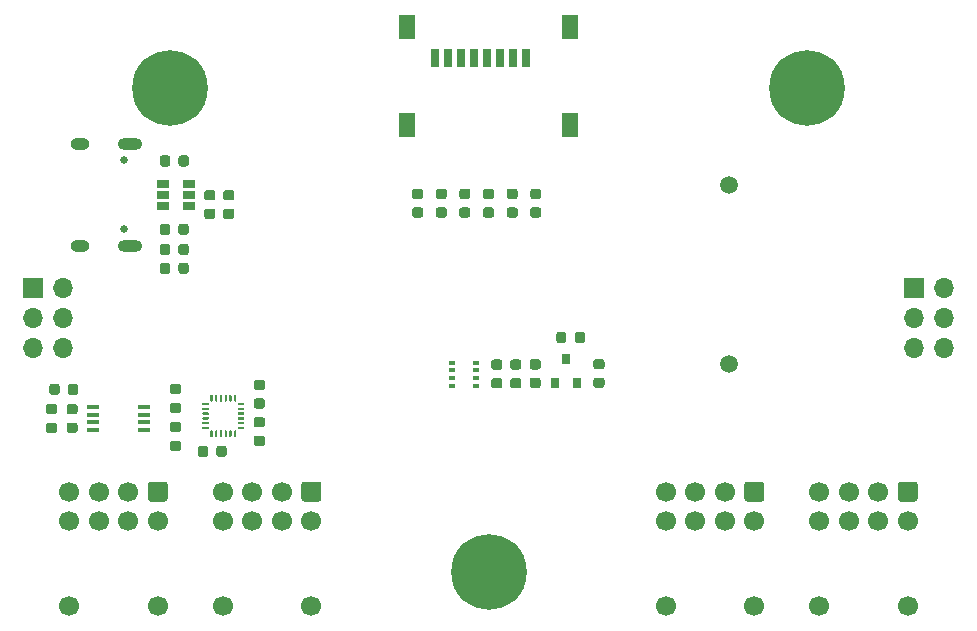
<source format=gbr>
%TF.GenerationSoftware,KiCad,Pcbnew,(5.1.10)-1*%
%TF.CreationDate,2021-07-09T14:19:08-04:00*%
%TF.ProjectId,ControlBoard,436f6e74-726f-46c4-926f-6172642e6b69,rev?*%
%TF.SameCoordinates,Original*%
%TF.FileFunction,Soldermask,Bot*%
%TF.FilePolarity,Negative*%
%FSLAX46Y46*%
G04 Gerber Fmt 4.6, Leading zero omitted, Abs format (unit mm)*
G04 Created by KiCad (PCBNEW (5.1.10)-1) date 2021-07-09 14:19:08*
%MOMM*%
%LPD*%
G01*
G04 APERTURE LIST*
%ADD10C,0.800000*%
%ADD11C,6.400000*%
%ADD12R,1.700000X1.700000*%
%ADD13O,1.700000X1.700000*%
%ADD14C,1.504800*%
%ADD15C,1.700000*%
%ADD16O,1.600000X1.000000*%
%ADD17C,0.650000*%
%ADD18O,2.100000X1.000000*%
%ADD19R,1.450000X2.000000*%
%ADD20R,0.800000X1.500000*%
%ADD21R,0.800000X0.900000*%
%ADD22R,0.500000X0.350000*%
%ADD23R,1.100000X0.400000*%
%ADD24R,1.060000X0.650000*%
G04 APERTURE END LIST*
D10*
%TO.C,H1*%
X124697056Y-71302944D03*
X123000000Y-70600000D03*
X121302944Y-71302944D03*
X120600000Y-73000000D03*
X121302944Y-74697056D03*
X123000000Y-75400000D03*
X124697056Y-74697056D03*
X125400000Y-73000000D03*
D11*
X123000000Y-73000000D03*
%TD*%
%TO.C,H2*%
X177000000Y-73000000D03*
D10*
X179400000Y-73000000D03*
X178697056Y-74697056D03*
X177000000Y-75400000D03*
X175302944Y-74697056D03*
X174600000Y-73000000D03*
X175302944Y-71302944D03*
X177000000Y-70600000D03*
X178697056Y-71302944D03*
%TD*%
D11*
%TO.C,H3*%
X150000000Y-114000000D03*
D10*
X152400000Y-114000000D03*
X151697056Y-115697056D03*
X150000000Y-116400000D03*
X148302944Y-115697056D03*
X147600000Y-114000000D03*
X148302944Y-112302944D03*
X150000000Y-111600000D03*
X151697056Y-112302944D03*
%TD*%
D12*
%TO.C,J2*%
X186000000Y-90000000D03*
D13*
X188540000Y-90000000D03*
X186000000Y-92540000D03*
X188540000Y-92540000D03*
X186000000Y-95080000D03*
X188540000Y-95080000D03*
%TD*%
%TO.C,J7*%
X114000000Y-95080000D03*
X111460000Y-95080000D03*
X114000000Y-92540000D03*
X111460000Y-92540000D03*
X114000000Y-90000000D03*
D12*
X111460000Y-90000000D03*
%TD*%
D14*
%TO.C,BT1*%
X170400000Y-81200000D03*
X170400000Y-96400000D03*
%TD*%
%TO.C,C8*%
G36*
G01*
X127837500Y-103543750D02*
X127837500Y-104056250D01*
G75*
G02*
X127618750Y-104275000I-218750J0D01*
G01*
X127181250Y-104275000D01*
G75*
G02*
X126962500Y-104056250I0J218750D01*
G01*
X126962500Y-103543750D01*
G75*
G02*
X127181250Y-103325000I218750J0D01*
G01*
X127618750Y-103325000D01*
G75*
G02*
X127837500Y-103543750I0J-218750D01*
G01*
G37*
G36*
G01*
X126262500Y-103543750D02*
X126262500Y-104056250D01*
G75*
G02*
X126043750Y-104275000I-218750J0D01*
G01*
X125606250Y-104275000D01*
G75*
G02*
X125387500Y-104056250I0J218750D01*
G01*
X125387500Y-103543750D01*
G75*
G02*
X125606250Y-103325000I218750J0D01*
G01*
X126043750Y-103325000D01*
G75*
G02*
X126262500Y-103543750I0J-218750D01*
G01*
G37*
%TD*%
%TO.C,C9*%
G36*
G01*
X130856250Y-98612500D02*
X130343750Y-98612500D01*
G75*
G02*
X130125000Y-98393750I0J218750D01*
G01*
X130125000Y-97956250D01*
G75*
G02*
X130343750Y-97737500I218750J0D01*
G01*
X130856250Y-97737500D01*
G75*
G02*
X131075000Y-97956250I0J-218750D01*
G01*
X131075000Y-98393750D01*
G75*
G02*
X130856250Y-98612500I-218750J0D01*
G01*
G37*
G36*
G01*
X130856250Y-100187500D02*
X130343750Y-100187500D01*
G75*
G02*
X130125000Y-99968750I0J218750D01*
G01*
X130125000Y-99531250D01*
G75*
G02*
X130343750Y-99312500I218750J0D01*
G01*
X130856250Y-99312500D01*
G75*
G02*
X131075000Y-99531250I0J-218750D01*
G01*
X131075000Y-99968750D01*
G75*
G02*
X130856250Y-100187500I-218750J0D01*
G01*
G37*
%TD*%
%TO.C,C13*%
G36*
G01*
X130343750Y-102462500D02*
X130856250Y-102462500D01*
G75*
G02*
X131075000Y-102681250I0J-218750D01*
G01*
X131075000Y-103118750D01*
G75*
G02*
X130856250Y-103337500I-218750J0D01*
G01*
X130343750Y-103337500D01*
G75*
G02*
X130125000Y-103118750I0J218750D01*
G01*
X130125000Y-102681250D01*
G75*
G02*
X130343750Y-102462500I218750J0D01*
G01*
G37*
G36*
G01*
X130343750Y-100887500D02*
X130856250Y-100887500D01*
G75*
G02*
X131075000Y-101106250I0J-218750D01*
G01*
X131075000Y-101543750D01*
G75*
G02*
X130856250Y-101762500I-218750J0D01*
G01*
X130343750Y-101762500D01*
G75*
G02*
X130125000Y-101543750I0J218750D01*
G01*
X130125000Y-101106250D01*
G75*
G02*
X130343750Y-100887500I218750J0D01*
G01*
G37*
%TD*%
%TO.C,C21*%
G36*
G01*
X152043750Y-97587500D02*
X152556250Y-97587500D01*
G75*
G02*
X152775000Y-97806250I0J-218750D01*
G01*
X152775000Y-98243750D01*
G75*
G02*
X152556250Y-98462500I-218750J0D01*
G01*
X152043750Y-98462500D01*
G75*
G02*
X151825000Y-98243750I0J218750D01*
G01*
X151825000Y-97806250D01*
G75*
G02*
X152043750Y-97587500I218750J0D01*
G01*
G37*
G36*
G01*
X152043750Y-96012500D02*
X152556250Y-96012500D01*
G75*
G02*
X152775000Y-96231250I0J-218750D01*
G01*
X152775000Y-96668750D01*
G75*
G02*
X152556250Y-96887500I-218750J0D01*
G01*
X152043750Y-96887500D01*
G75*
G02*
X151825000Y-96668750I0J218750D01*
G01*
X151825000Y-96231250D01*
G75*
G02*
X152043750Y-96012500I218750J0D01*
G01*
G37*
%TD*%
%TO.C,C23*%
G36*
G01*
X150443750Y-97587500D02*
X150956250Y-97587500D01*
G75*
G02*
X151175000Y-97806250I0J-218750D01*
G01*
X151175000Y-98243750D01*
G75*
G02*
X150956250Y-98462500I-218750J0D01*
G01*
X150443750Y-98462500D01*
G75*
G02*
X150225000Y-98243750I0J218750D01*
G01*
X150225000Y-97806250D01*
G75*
G02*
X150443750Y-97587500I218750J0D01*
G01*
G37*
G36*
G01*
X150443750Y-96012500D02*
X150956250Y-96012500D01*
G75*
G02*
X151175000Y-96231250I0J-218750D01*
G01*
X151175000Y-96668750D01*
G75*
G02*
X150956250Y-96887500I-218750J0D01*
G01*
X150443750Y-96887500D01*
G75*
G02*
X150225000Y-96668750I0J218750D01*
G01*
X150225000Y-96231250D01*
G75*
G02*
X150443750Y-96012500I218750J0D01*
G01*
G37*
%TD*%
%TO.C,C42*%
G36*
G01*
X123050000Y-86443750D02*
X123050000Y-86956250D01*
G75*
G02*
X122831250Y-87175000I-218750J0D01*
G01*
X122393750Y-87175000D01*
G75*
G02*
X122175000Y-86956250I0J218750D01*
G01*
X122175000Y-86443750D01*
G75*
G02*
X122393750Y-86225000I218750J0D01*
G01*
X122831250Y-86225000D01*
G75*
G02*
X123050000Y-86443750I0J-218750D01*
G01*
G37*
G36*
G01*
X124625000Y-86443750D02*
X124625000Y-86956250D01*
G75*
G02*
X124406250Y-87175000I-218750J0D01*
G01*
X123968750Y-87175000D01*
G75*
G02*
X123750000Y-86956250I0J218750D01*
G01*
X123750000Y-86443750D01*
G75*
G02*
X123968750Y-86225000I218750J0D01*
G01*
X124406250Y-86225000D01*
G75*
G02*
X124625000Y-86443750I0J-218750D01*
G01*
G37*
%TD*%
%TO.C,C44*%
G36*
G01*
X126143750Y-81675000D02*
X126656250Y-81675000D01*
G75*
G02*
X126875000Y-81893750I0J-218750D01*
G01*
X126875000Y-82331250D01*
G75*
G02*
X126656250Y-82550000I-218750J0D01*
G01*
X126143750Y-82550000D01*
G75*
G02*
X125925000Y-82331250I0J218750D01*
G01*
X125925000Y-81893750D01*
G75*
G02*
X126143750Y-81675000I218750J0D01*
G01*
G37*
G36*
G01*
X126143750Y-83250000D02*
X126656250Y-83250000D01*
G75*
G02*
X126875000Y-83468750I0J-218750D01*
G01*
X126875000Y-83906250D01*
G75*
G02*
X126656250Y-84125000I-218750J0D01*
G01*
X126143750Y-84125000D01*
G75*
G02*
X125925000Y-83906250I0J218750D01*
G01*
X125925000Y-83468750D01*
G75*
G02*
X126143750Y-83250000I218750J0D01*
G01*
G37*
%TD*%
%TO.C,FB1*%
G36*
G01*
X123050000Y-88043750D02*
X123050000Y-88556250D01*
G75*
G02*
X122831250Y-88775000I-218750J0D01*
G01*
X122393750Y-88775000D01*
G75*
G02*
X122175000Y-88556250I0J218750D01*
G01*
X122175000Y-88043750D01*
G75*
G02*
X122393750Y-87825000I218750J0D01*
G01*
X122831250Y-87825000D01*
G75*
G02*
X123050000Y-88043750I0J-218750D01*
G01*
G37*
G36*
G01*
X124625000Y-88043750D02*
X124625000Y-88556250D01*
G75*
G02*
X124406250Y-88775000I-218750J0D01*
G01*
X123968750Y-88775000D01*
G75*
G02*
X123750000Y-88556250I0J218750D01*
G01*
X123750000Y-88043750D01*
G75*
G02*
X123968750Y-87825000I218750J0D01*
G01*
X124406250Y-87825000D01*
G75*
G02*
X124625000Y-88043750I0J-218750D01*
G01*
G37*
%TD*%
%TO.C,FB2*%
G36*
G01*
X128256250Y-84125000D02*
X127743750Y-84125000D01*
G75*
G02*
X127525000Y-83906250I0J218750D01*
G01*
X127525000Y-83468750D01*
G75*
G02*
X127743750Y-83250000I218750J0D01*
G01*
X128256250Y-83250000D01*
G75*
G02*
X128475000Y-83468750I0J-218750D01*
G01*
X128475000Y-83906250D01*
G75*
G02*
X128256250Y-84125000I-218750J0D01*
G01*
G37*
G36*
G01*
X128256250Y-82550000D02*
X127743750Y-82550000D01*
G75*
G02*
X127525000Y-82331250I0J218750D01*
G01*
X127525000Y-81893750D01*
G75*
G02*
X127743750Y-81675000I218750J0D01*
G01*
X128256250Y-81675000D01*
G75*
G02*
X128475000Y-81893750I0J-218750D01*
G01*
X128475000Y-82331250D01*
G75*
G02*
X128256250Y-82550000I-218750J0D01*
G01*
G37*
%TD*%
%TO.C,J3*%
G36*
G01*
X134400000Y-106350000D02*
X135600000Y-106350000D01*
G75*
G02*
X135850000Y-106600000I0J-250000D01*
G01*
X135850000Y-107800000D01*
G75*
G02*
X135600000Y-108050000I-250000J0D01*
G01*
X134400000Y-108050000D01*
G75*
G02*
X134150000Y-107800000I0J250000D01*
G01*
X134150000Y-106600000D01*
G75*
G02*
X134400000Y-106350000I250000J0D01*
G01*
G37*
D15*
X132500000Y-107200000D03*
X130000000Y-107200000D03*
X127500000Y-107200000D03*
X135000000Y-109700000D03*
X132500000Y-109700000D03*
X130000000Y-109700000D03*
X127500000Y-109700000D03*
X135000000Y-116880000D03*
X127500000Y-116880000D03*
%TD*%
%TO.C,J4*%
G36*
G01*
X121400000Y-106350000D02*
X122600000Y-106350000D01*
G75*
G02*
X122850000Y-106600000I0J-250000D01*
G01*
X122850000Y-107800000D01*
G75*
G02*
X122600000Y-108050000I-250000J0D01*
G01*
X121400000Y-108050000D01*
G75*
G02*
X121150000Y-107800000I0J250000D01*
G01*
X121150000Y-106600000D01*
G75*
G02*
X121400000Y-106350000I250000J0D01*
G01*
G37*
X119500000Y-107200000D03*
X117000000Y-107200000D03*
X114500000Y-107200000D03*
X122000000Y-109700000D03*
X119500000Y-109700000D03*
X117000000Y-109700000D03*
X114500000Y-109700000D03*
X122000000Y-116880000D03*
X114500000Y-116880000D03*
%TD*%
%TO.C,J5*%
X165000000Y-116880000D03*
X172500000Y-116880000D03*
X165000000Y-109700000D03*
X167500000Y-109700000D03*
X170000000Y-109700000D03*
X172500000Y-109700000D03*
X165000000Y-107200000D03*
X167500000Y-107200000D03*
X170000000Y-107200000D03*
G36*
G01*
X171900000Y-106350000D02*
X173100000Y-106350000D01*
G75*
G02*
X173350000Y-106600000I0J-250000D01*
G01*
X173350000Y-107800000D01*
G75*
G02*
X173100000Y-108050000I-250000J0D01*
G01*
X171900000Y-108050000D01*
G75*
G02*
X171650000Y-107800000I0J250000D01*
G01*
X171650000Y-106600000D01*
G75*
G02*
X171900000Y-106350000I250000J0D01*
G01*
G37*
%TD*%
%TO.C,J6*%
X178000000Y-116880000D03*
X185500000Y-116880000D03*
X178000000Y-109700000D03*
X180500000Y-109700000D03*
X183000000Y-109700000D03*
X185500000Y-109700000D03*
X178000000Y-107200000D03*
X180500000Y-107200000D03*
X183000000Y-107200000D03*
G36*
G01*
X184900000Y-106350000D02*
X186100000Y-106350000D01*
G75*
G02*
X186350000Y-106600000I0J-250000D01*
G01*
X186350000Y-107800000D01*
G75*
G02*
X186100000Y-108050000I-250000J0D01*
G01*
X184900000Y-108050000D01*
G75*
G02*
X184650000Y-107800000I0J250000D01*
G01*
X184650000Y-106600000D01*
G75*
G02*
X184900000Y-106350000I250000J0D01*
G01*
G37*
%TD*%
D16*
%TO.C,J8*%
X115450000Y-86370000D03*
D17*
X119100000Y-84940000D03*
D16*
X115450000Y-77730000D03*
D17*
X119100000Y-79160000D03*
D18*
X119630000Y-77730000D03*
X119630000Y-86370000D03*
%TD*%
D19*
%TO.C,J9*%
X143125000Y-67850000D03*
X156875000Y-67850000D03*
X156875000Y-76150000D03*
X143125000Y-76150000D03*
D20*
X145500000Y-70450000D03*
X146600000Y-70450000D03*
X147700000Y-70450000D03*
X148800000Y-70450000D03*
X149900000Y-70450000D03*
X151000000Y-70450000D03*
X152100000Y-70450000D03*
X153200000Y-70450000D03*
%TD*%
D21*
%TO.C,Q2*%
X156550000Y-96000000D03*
X155600000Y-98000000D03*
X157500000Y-98000000D03*
%TD*%
%TO.C,R12*%
G36*
G01*
X123756250Y-100537500D02*
X123243750Y-100537500D01*
G75*
G02*
X123025000Y-100318750I0J218750D01*
G01*
X123025000Y-99881250D01*
G75*
G02*
X123243750Y-99662500I218750J0D01*
G01*
X123756250Y-99662500D01*
G75*
G02*
X123975000Y-99881250I0J-218750D01*
G01*
X123975000Y-100318750D01*
G75*
G02*
X123756250Y-100537500I-218750J0D01*
G01*
G37*
G36*
G01*
X123756250Y-98962500D02*
X123243750Y-98962500D01*
G75*
G02*
X123025000Y-98743750I0J218750D01*
G01*
X123025000Y-98306250D01*
G75*
G02*
X123243750Y-98087500I218750J0D01*
G01*
X123756250Y-98087500D01*
G75*
G02*
X123975000Y-98306250I0J-218750D01*
G01*
X123975000Y-98743750D01*
G75*
G02*
X123756250Y-98962500I-218750J0D01*
G01*
G37*
%TD*%
%TO.C,R13*%
G36*
G01*
X123243750Y-101312500D02*
X123756250Y-101312500D01*
G75*
G02*
X123975000Y-101531250I0J-218750D01*
G01*
X123975000Y-101968750D01*
G75*
G02*
X123756250Y-102187500I-218750J0D01*
G01*
X123243750Y-102187500D01*
G75*
G02*
X123025000Y-101968750I0J218750D01*
G01*
X123025000Y-101531250D01*
G75*
G02*
X123243750Y-101312500I218750J0D01*
G01*
G37*
G36*
G01*
X123243750Y-102887500D02*
X123756250Y-102887500D01*
G75*
G02*
X123975000Y-103106250I0J-218750D01*
G01*
X123975000Y-103543750D01*
G75*
G02*
X123756250Y-103762500I-218750J0D01*
G01*
X123243750Y-103762500D01*
G75*
G02*
X123025000Y-103543750I0J218750D01*
G01*
X123025000Y-103106250D01*
G75*
G02*
X123243750Y-102887500I218750J0D01*
G01*
G37*
%TD*%
%TO.C,R14*%
G36*
G01*
X115262500Y-98293750D02*
X115262500Y-98806250D01*
G75*
G02*
X115043750Y-99025000I-218750J0D01*
G01*
X114606250Y-99025000D01*
G75*
G02*
X114387500Y-98806250I0J218750D01*
G01*
X114387500Y-98293750D01*
G75*
G02*
X114606250Y-98075000I218750J0D01*
G01*
X115043750Y-98075000D01*
G75*
G02*
X115262500Y-98293750I0J-218750D01*
G01*
G37*
G36*
G01*
X113687500Y-98293750D02*
X113687500Y-98806250D01*
G75*
G02*
X113468750Y-99025000I-218750J0D01*
G01*
X113031250Y-99025000D01*
G75*
G02*
X112812500Y-98806250I0J218750D01*
G01*
X112812500Y-98293750D01*
G75*
G02*
X113031250Y-98075000I218750J0D01*
G01*
X113468750Y-98075000D01*
G75*
G02*
X113687500Y-98293750I0J-218750D01*
G01*
G37*
%TD*%
%TO.C,R15*%
G36*
G01*
X114493750Y-99787500D02*
X115006250Y-99787500D01*
G75*
G02*
X115225000Y-100006250I0J-218750D01*
G01*
X115225000Y-100443750D01*
G75*
G02*
X115006250Y-100662500I-218750J0D01*
G01*
X114493750Y-100662500D01*
G75*
G02*
X114275000Y-100443750I0J218750D01*
G01*
X114275000Y-100006250D01*
G75*
G02*
X114493750Y-99787500I218750J0D01*
G01*
G37*
G36*
G01*
X114493750Y-101362500D02*
X115006250Y-101362500D01*
G75*
G02*
X115225000Y-101581250I0J-218750D01*
G01*
X115225000Y-102018750D01*
G75*
G02*
X115006250Y-102237500I-218750J0D01*
G01*
X114493750Y-102237500D01*
G75*
G02*
X114275000Y-102018750I0J218750D01*
G01*
X114275000Y-101581250D01*
G75*
G02*
X114493750Y-101362500I218750J0D01*
G01*
G37*
%TD*%
%TO.C,R16*%
G36*
G01*
X112743750Y-101362500D02*
X113256250Y-101362500D01*
G75*
G02*
X113475000Y-101581250I0J-218750D01*
G01*
X113475000Y-102018750D01*
G75*
G02*
X113256250Y-102237500I-218750J0D01*
G01*
X112743750Y-102237500D01*
G75*
G02*
X112525000Y-102018750I0J218750D01*
G01*
X112525000Y-101581250D01*
G75*
G02*
X112743750Y-101362500I218750J0D01*
G01*
G37*
G36*
G01*
X112743750Y-99787500D02*
X113256250Y-99787500D01*
G75*
G02*
X113475000Y-100006250I0J-218750D01*
G01*
X113475000Y-100443750D01*
G75*
G02*
X113256250Y-100662500I-218750J0D01*
G01*
X112743750Y-100662500D01*
G75*
G02*
X112525000Y-100443750I0J218750D01*
G01*
X112525000Y-100006250D01*
G75*
G02*
X112743750Y-99787500I218750J0D01*
G01*
G37*
%TD*%
%TO.C,R19*%
G36*
G01*
X144256250Y-84012500D02*
X143743750Y-84012500D01*
G75*
G02*
X143525000Y-83793750I0J218750D01*
G01*
X143525000Y-83356250D01*
G75*
G02*
X143743750Y-83137500I218750J0D01*
G01*
X144256250Y-83137500D01*
G75*
G02*
X144475000Y-83356250I0J-218750D01*
G01*
X144475000Y-83793750D01*
G75*
G02*
X144256250Y-84012500I-218750J0D01*
G01*
G37*
G36*
G01*
X144256250Y-82437500D02*
X143743750Y-82437500D01*
G75*
G02*
X143525000Y-82218750I0J218750D01*
G01*
X143525000Y-81781250D01*
G75*
G02*
X143743750Y-81562500I218750J0D01*
G01*
X144256250Y-81562500D01*
G75*
G02*
X144475000Y-81781250I0J-218750D01*
G01*
X144475000Y-82218750D01*
G75*
G02*
X144256250Y-82437500I-218750J0D01*
G01*
G37*
%TD*%
%TO.C,R20*%
G36*
G01*
X146256250Y-84012500D02*
X145743750Y-84012500D01*
G75*
G02*
X145525000Y-83793750I0J218750D01*
G01*
X145525000Y-83356250D01*
G75*
G02*
X145743750Y-83137500I218750J0D01*
G01*
X146256250Y-83137500D01*
G75*
G02*
X146475000Y-83356250I0J-218750D01*
G01*
X146475000Y-83793750D01*
G75*
G02*
X146256250Y-84012500I-218750J0D01*
G01*
G37*
G36*
G01*
X146256250Y-82437500D02*
X145743750Y-82437500D01*
G75*
G02*
X145525000Y-82218750I0J218750D01*
G01*
X145525000Y-81781250D01*
G75*
G02*
X145743750Y-81562500I218750J0D01*
G01*
X146256250Y-81562500D01*
G75*
G02*
X146475000Y-81781250I0J-218750D01*
G01*
X146475000Y-82218750D01*
G75*
G02*
X146256250Y-82437500I-218750J0D01*
G01*
G37*
%TD*%
%TO.C,R23*%
G36*
G01*
X148256250Y-82437500D02*
X147743750Y-82437500D01*
G75*
G02*
X147525000Y-82218750I0J218750D01*
G01*
X147525000Y-81781250D01*
G75*
G02*
X147743750Y-81562500I218750J0D01*
G01*
X148256250Y-81562500D01*
G75*
G02*
X148475000Y-81781250I0J-218750D01*
G01*
X148475000Y-82218750D01*
G75*
G02*
X148256250Y-82437500I-218750J0D01*
G01*
G37*
G36*
G01*
X148256250Y-84012500D02*
X147743750Y-84012500D01*
G75*
G02*
X147525000Y-83793750I0J218750D01*
G01*
X147525000Y-83356250D01*
G75*
G02*
X147743750Y-83137500I218750J0D01*
G01*
X148256250Y-83137500D01*
G75*
G02*
X148475000Y-83356250I0J-218750D01*
G01*
X148475000Y-83793750D01*
G75*
G02*
X148256250Y-84012500I-218750J0D01*
G01*
G37*
%TD*%
%TO.C,R24*%
G36*
G01*
X123750000Y-79456250D02*
X123750000Y-78943750D01*
G75*
G02*
X123968750Y-78725000I218750J0D01*
G01*
X124406250Y-78725000D01*
G75*
G02*
X124625000Y-78943750I0J-218750D01*
G01*
X124625000Y-79456250D01*
G75*
G02*
X124406250Y-79675000I-218750J0D01*
G01*
X123968750Y-79675000D01*
G75*
G02*
X123750000Y-79456250I0J218750D01*
G01*
G37*
G36*
G01*
X122175000Y-79456250D02*
X122175000Y-78943750D01*
G75*
G02*
X122393750Y-78725000I218750J0D01*
G01*
X122831250Y-78725000D01*
G75*
G02*
X123050000Y-78943750I0J-218750D01*
G01*
X123050000Y-79456250D01*
G75*
G02*
X122831250Y-79675000I-218750J0D01*
G01*
X122393750Y-79675000D01*
G75*
G02*
X122175000Y-79456250I0J218750D01*
G01*
G37*
%TD*%
%TO.C,R25*%
G36*
G01*
X124625000Y-84743750D02*
X124625000Y-85256250D01*
G75*
G02*
X124406250Y-85475000I-218750J0D01*
G01*
X123968750Y-85475000D01*
G75*
G02*
X123750000Y-85256250I0J218750D01*
G01*
X123750000Y-84743750D01*
G75*
G02*
X123968750Y-84525000I218750J0D01*
G01*
X124406250Y-84525000D01*
G75*
G02*
X124625000Y-84743750I0J-218750D01*
G01*
G37*
G36*
G01*
X123050000Y-84743750D02*
X123050000Y-85256250D01*
G75*
G02*
X122831250Y-85475000I-218750J0D01*
G01*
X122393750Y-85475000D01*
G75*
G02*
X122175000Y-85256250I0J218750D01*
G01*
X122175000Y-84743750D01*
G75*
G02*
X122393750Y-84525000I218750J0D01*
G01*
X122831250Y-84525000D01*
G75*
G02*
X123050000Y-84743750I0J-218750D01*
G01*
G37*
%TD*%
%TO.C,R26*%
G36*
G01*
X150256250Y-84012500D02*
X149743750Y-84012500D01*
G75*
G02*
X149525000Y-83793750I0J218750D01*
G01*
X149525000Y-83356250D01*
G75*
G02*
X149743750Y-83137500I218750J0D01*
G01*
X150256250Y-83137500D01*
G75*
G02*
X150475000Y-83356250I0J-218750D01*
G01*
X150475000Y-83793750D01*
G75*
G02*
X150256250Y-84012500I-218750J0D01*
G01*
G37*
G36*
G01*
X150256250Y-82437500D02*
X149743750Y-82437500D01*
G75*
G02*
X149525000Y-82218750I0J218750D01*
G01*
X149525000Y-81781250D01*
G75*
G02*
X149743750Y-81562500I218750J0D01*
G01*
X150256250Y-81562500D01*
G75*
G02*
X150475000Y-81781250I0J-218750D01*
G01*
X150475000Y-82218750D01*
G75*
G02*
X150256250Y-82437500I-218750J0D01*
G01*
G37*
%TD*%
%TO.C,R27*%
G36*
G01*
X152256250Y-84012500D02*
X151743750Y-84012500D01*
G75*
G02*
X151525000Y-83793750I0J218750D01*
G01*
X151525000Y-83356250D01*
G75*
G02*
X151743750Y-83137500I218750J0D01*
G01*
X152256250Y-83137500D01*
G75*
G02*
X152475000Y-83356250I0J-218750D01*
G01*
X152475000Y-83793750D01*
G75*
G02*
X152256250Y-84012500I-218750J0D01*
G01*
G37*
G36*
G01*
X152256250Y-82437500D02*
X151743750Y-82437500D01*
G75*
G02*
X151525000Y-82218750I0J218750D01*
G01*
X151525000Y-81781250D01*
G75*
G02*
X151743750Y-81562500I218750J0D01*
G01*
X152256250Y-81562500D01*
G75*
G02*
X152475000Y-81781250I0J-218750D01*
G01*
X152475000Y-82218750D01*
G75*
G02*
X152256250Y-82437500I-218750J0D01*
G01*
G37*
%TD*%
%TO.C,R28*%
G36*
G01*
X154256250Y-82437500D02*
X153743750Y-82437500D01*
G75*
G02*
X153525000Y-82218750I0J218750D01*
G01*
X153525000Y-81781250D01*
G75*
G02*
X153743750Y-81562500I218750J0D01*
G01*
X154256250Y-81562500D01*
G75*
G02*
X154475000Y-81781250I0J-218750D01*
G01*
X154475000Y-82218750D01*
G75*
G02*
X154256250Y-82437500I-218750J0D01*
G01*
G37*
G36*
G01*
X154256250Y-84012500D02*
X153743750Y-84012500D01*
G75*
G02*
X153525000Y-83793750I0J218750D01*
G01*
X153525000Y-83356250D01*
G75*
G02*
X153743750Y-83137500I218750J0D01*
G01*
X154256250Y-83137500D01*
G75*
G02*
X154475000Y-83356250I0J-218750D01*
G01*
X154475000Y-83793750D01*
G75*
G02*
X154256250Y-84012500I-218750J0D01*
G01*
G37*
%TD*%
%TO.C,R32*%
G36*
G01*
X159093750Y-97550000D02*
X159606250Y-97550000D01*
G75*
G02*
X159825000Y-97768750I0J-218750D01*
G01*
X159825000Y-98206250D01*
G75*
G02*
X159606250Y-98425000I-218750J0D01*
G01*
X159093750Y-98425000D01*
G75*
G02*
X158875000Y-98206250I0J218750D01*
G01*
X158875000Y-97768750D01*
G75*
G02*
X159093750Y-97550000I218750J0D01*
G01*
G37*
G36*
G01*
X159093750Y-95975000D02*
X159606250Y-95975000D01*
G75*
G02*
X159825000Y-96193750I0J-218750D01*
G01*
X159825000Y-96631250D01*
G75*
G02*
X159606250Y-96850000I-218750J0D01*
G01*
X159093750Y-96850000D01*
G75*
G02*
X158875000Y-96631250I0J218750D01*
G01*
X158875000Y-96193750D01*
G75*
G02*
X159093750Y-95975000I218750J0D01*
G01*
G37*
%TD*%
%TO.C,R33*%
G36*
G01*
X158175000Y-93893750D02*
X158175000Y-94406250D01*
G75*
G02*
X157956250Y-94625000I-218750J0D01*
G01*
X157518750Y-94625000D01*
G75*
G02*
X157300000Y-94406250I0J218750D01*
G01*
X157300000Y-93893750D01*
G75*
G02*
X157518750Y-93675000I218750J0D01*
G01*
X157956250Y-93675000D01*
G75*
G02*
X158175000Y-93893750I0J-218750D01*
G01*
G37*
G36*
G01*
X156600000Y-93893750D02*
X156600000Y-94406250D01*
G75*
G02*
X156381250Y-94625000I-218750J0D01*
G01*
X155943750Y-94625000D01*
G75*
G02*
X155725000Y-94406250I0J218750D01*
G01*
X155725000Y-93893750D01*
G75*
G02*
X155943750Y-93675000I218750J0D01*
G01*
X156381250Y-93675000D01*
G75*
G02*
X156600000Y-93893750I0J-218750D01*
G01*
G37*
%TD*%
%TO.C,R34*%
G36*
G01*
X153693750Y-97562500D02*
X154206250Y-97562500D01*
G75*
G02*
X154425000Y-97781250I0J-218750D01*
G01*
X154425000Y-98218750D01*
G75*
G02*
X154206250Y-98437500I-218750J0D01*
G01*
X153693750Y-98437500D01*
G75*
G02*
X153475000Y-98218750I0J218750D01*
G01*
X153475000Y-97781250D01*
G75*
G02*
X153693750Y-97562500I218750J0D01*
G01*
G37*
G36*
G01*
X153693750Y-95987500D02*
X154206250Y-95987500D01*
G75*
G02*
X154425000Y-96206250I0J-218750D01*
G01*
X154425000Y-96643750D01*
G75*
G02*
X154206250Y-96862500I-218750J0D01*
G01*
X153693750Y-96862500D01*
G75*
G02*
X153475000Y-96643750I0J218750D01*
G01*
X153475000Y-96206250D01*
G75*
G02*
X153693750Y-95987500I218750J0D01*
G01*
G37*
%TD*%
%TO.C,U4*%
G36*
G01*
X126500000Y-99025000D02*
X126600000Y-99025000D01*
G75*
G02*
X126650000Y-99075000I0J-50000D01*
G01*
X126650000Y-99525000D01*
G75*
G02*
X126600000Y-99575000I-50000J0D01*
G01*
X126500000Y-99575000D01*
G75*
G02*
X126450000Y-99525000I0J50000D01*
G01*
X126450000Y-99075000D01*
G75*
G02*
X126500000Y-99025000I50000J0D01*
G01*
G37*
G36*
G01*
X126900000Y-99025000D02*
X127000000Y-99025000D01*
G75*
G02*
X127050000Y-99075000I0J-50000D01*
G01*
X127050000Y-99525000D01*
G75*
G02*
X127000000Y-99575000I-50000J0D01*
G01*
X126900000Y-99575000D01*
G75*
G02*
X126850000Y-99525000I0J50000D01*
G01*
X126850000Y-99075000D01*
G75*
G02*
X126900000Y-99025000I50000J0D01*
G01*
G37*
G36*
G01*
X127300000Y-99025000D02*
X127400000Y-99025000D01*
G75*
G02*
X127450000Y-99075000I0J-50000D01*
G01*
X127450000Y-99525000D01*
G75*
G02*
X127400000Y-99575000I-50000J0D01*
G01*
X127300000Y-99575000D01*
G75*
G02*
X127250000Y-99525000I0J50000D01*
G01*
X127250000Y-99075000D01*
G75*
G02*
X127300000Y-99025000I50000J0D01*
G01*
G37*
G36*
G01*
X127700000Y-99025000D02*
X127800000Y-99025000D01*
G75*
G02*
X127850000Y-99075000I0J-50000D01*
G01*
X127850000Y-99525000D01*
G75*
G02*
X127800000Y-99575000I-50000J0D01*
G01*
X127700000Y-99575000D01*
G75*
G02*
X127650000Y-99525000I0J50000D01*
G01*
X127650000Y-99075000D01*
G75*
G02*
X127700000Y-99025000I50000J0D01*
G01*
G37*
G36*
G01*
X128100000Y-99025000D02*
X128200000Y-99025000D01*
G75*
G02*
X128250000Y-99075000I0J-50000D01*
G01*
X128250000Y-99525000D01*
G75*
G02*
X128200000Y-99575000I-50000J0D01*
G01*
X128100000Y-99575000D01*
G75*
G02*
X128050000Y-99525000I0J50000D01*
G01*
X128050000Y-99075000D01*
G75*
G02*
X128100000Y-99025000I50000J0D01*
G01*
G37*
G36*
G01*
X128500000Y-99025000D02*
X128600000Y-99025000D01*
G75*
G02*
X128650000Y-99075000I0J-50000D01*
G01*
X128650000Y-99525000D01*
G75*
G02*
X128600000Y-99575000I-50000J0D01*
G01*
X128500000Y-99575000D01*
G75*
G02*
X128450000Y-99525000I0J50000D01*
G01*
X128450000Y-99075000D01*
G75*
G02*
X128500000Y-99025000I50000J0D01*
G01*
G37*
G36*
G01*
X129325000Y-99750000D02*
X129325000Y-99850000D01*
G75*
G02*
X129275000Y-99900000I-50000J0D01*
G01*
X128825000Y-99900000D01*
G75*
G02*
X128775000Y-99850000I0J50000D01*
G01*
X128775000Y-99750000D01*
G75*
G02*
X128825000Y-99700000I50000J0D01*
G01*
X129275000Y-99700000D01*
G75*
G02*
X129325000Y-99750000I0J-50000D01*
G01*
G37*
G36*
G01*
X129325000Y-100150000D02*
X129325000Y-100250000D01*
G75*
G02*
X129275000Y-100300000I-50000J0D01*
G01*
X128825000Y-100300000D01*
G75*
G02*
X128775000Y-100250000I0J50000D01*
G01*
X128775000Y-100150000D01*
G75*
G02*
X128825000Y-100100000I50000J0D01*
G01*
X129275000Y-100100000D01*
G75*
G02*
X129325000Y-100150000I0J-50000D01*
G01*
G37*
G36*
G01*
X129325000Y-100550000D02*
X129325000Y-100650000D01*
G75*
G02*
X129275000Y-100700000I-50000J0D01*
G01*
X128825000Y-100700000D01*
G75*
G02*
X128775000Y-100650000I0J50000D01*
G01*
X128775000Y-100550000D01*
G75*
G02*
X128825000Y-100500000I50000J0D01*
G01*
X129275000Y-100500000D01*
G75*
G02*
X129325000Y-100550000I0J-50000D01*
G01*
G37*
G36*
G01*
X129325000Y-100950000D02*
X129325000Y-101050000D01*
G75*
G02*
X129275000Y-101100000I-50000J0D01*
G01*
X128825000Y-101100000D01*
G75*
G02*
X128775000Y-101050000I0J50000D01*
G01*
X128775000Y-100950000D01*
G75*
G02*
X128825000Y-100900000I50000J0D01*
G01*
X129275000Y-100900000D01*
G75*
G02*
X129325000Y-100950000I0J-50000D01*
G01*
G37*
G36*
G01*
X129325000Y-101350000D02*
X129325000Y-101450000D01*
G75*
G02*
X129275000Y-101500000I-50000J0D01*
G01*
X128825000Y-101500000D01*
G75*
G02*
X128775000Y-101450000I0J50000D01*
G01*
X128775000Y-101350000D01*
G75*
G02*
X128825000Y-101300000I50000J0D01*
G01*
X129275000Y-101300000D01*
G75*
G02*
X129325000Y-101350000I0J-50000D01*
G01*
G37*
G36*
G01*
X129325000Y-101750000D02*
X129325000Y-101850000D01*
G75*
G02*
X129275000Y-101900000I-50000J0D01*
G01*
X128825000Y-101900000D01*
G75*
G02*
X128775000Y-101850000I0J50000D01*
G01*
X128775000Y-101750000D01*
G75*
G02*
X128825000Y-101700000I50000J0D01*
G01*
X129275000Y-101700000D01*
G75*
G02*
X129325000Y-101750000I0J-50000D01*
G01*
G37*
G36*
G01*
X128500000Y-102025000D02*
X128600000Y-102025000D01*
G75*
G02*
X128650000Y-102075000I0J-50000D01*
G01*
X128650000Y-102525000D01*
G75*
G02*
X128600000Y-102575000I-50000J0D01*
G01*
X128500000Y-102575000D01*
G75*
G02*
X128450000Y-102525000I0J50000D01*
G01*
X128450000Y-102075000D01*
G75*
G02*
X128500000Y-102025000I50000J0D01*
G01*
G37*
G36*
G01*
X128100000Y-102025000D02*
X128200000Y-102025000D01*
G75*
G02*
X128250000Y-102075000I0J-50000D01*
G01*
X128250000Y-102525000D01*
G75*
G02*
X128200000Y-102575000I-50000J0D01*
G01*
X128100000Y-102575000D01*
G75*
G02*
X128050000Y-102525000I0J50000D01*
G01*
X128050000Y-102075000D01*
G75*
G02*
X128100000Y-102025000I50000J0D01*
G01*
G37*
G36*
G01*
X127700000Y-102025000D02*
X127800000Y-102025000D01*
G75*
G02*
X127850000Y-102075000I0J-50000D01*
G01*
X127850000Y-102525000D01*
G75*
G02*
X127800000Y-102575000I-50000J0D01*
G01*
X127700000Y-102575000D01*
G75*
G02*
X127650000Y-102525000I0J50000D01*
G01*
X127650000Y-102075000D01*
G75*
G02*
X127700000Y-102025000I50000J0D01*
G01*
G37*
G36*
G01*
X127300000Y-102025000D02*
X127400000Y-102025000D01*
G75*
G02*
X127450000Y-102075000I0J-50000D01*
G01*
X127450000Y-102525000D01*
G75*
G02*
X127400000Y-102575000I-50000J0D01*
G01*
X127300000Y-102575000D01*
G75*
G02*
X127250000Y-102525000I0J50000D01*
G01*
X127250000Y-102075000D01*
G75*
G02*
X127300000Y-102025000I50000J0D01*
G01*
G37*
G36*
G01*
X126900000Y-102025000D02*
X127000000Y-102025000D01*
G75*
G02*
X127050000Y-102075000I0J-50000D01*
G01*
X127050000Y-102525000D01*
G75*
G02*
X127000000Y-102575000I-50000J0D01*
G01*
X126900000Y-102575000D01*
G75*
G02*
X126850000Y-102525000I0J50000D01*
G01*
X126850000Y-102075000D01*
G75*
G02*
X126900000Y-102025000I50000J0D01*
G01*
G37*
G36*
G01*
X126500000Y-102025000D02*
X126600000Y-102025000D01*
G75*
G02*
X126650000Y-102075000I0J-50000D01*
G01*
X126650000Y-102525000D01*
G75*
G02*
X126600000Y-102575000I-50000J0D01*
G01*
X126500000Y-102575000D01*
G75*
G02*
X126450000Y-102525000I0J50000D01*
G01*
X126450000Y-102075000D01*
G75*
G02*
X126500000Y-102025000I50000J0D01*
G01*
G37*
G36*
G01*
X126325000Y-101750000D02*
X126325000Y-101850000D01*
G75*
G02*
X126275000Y-101900000I-50000J0D01*
G01*
X125825000Y-101900000D01*
G75*
G02*
X125775000Y-101850000I0J50000D01*
G01*
X125775000Y-101750000D01*
G75*
G02*
X125825000Y-101700000I50000J0D01*
G01*
X126275000Y-101700000D01*
G75*
G02*
X126325000Y-101750000I0J-50000D01*
G01*
G37*
G36*
G01*
X126325000Y-101350000D02*
X126325000Y-101450000D01*
G75*
G02*
X126275000Y-101500000I-50000J0D01*
G01*
X125825000Y-101500000D01*
G75*
G02*
X125775000Y-101450000I0J50000D01*
G01*
X125775000Y-101350000D01*
G75*
G02*
X125825000Y-101300000I50000J0D01*
G01*
X126275000Y-101300000D01*
G75*
G02*
X126325000Y-101350000I0J-50000D01*
G01*
G37*
G36*
G01*
X126325000Y-100950000D02*
X126325000Y-101050000D01*
G75*
G02*
X126275000Y-101100000I-50000J0D01*
G01*
X125825000Y-101100000D01*
G75*
G02*
X125775000Y-101050000I0J50000D01*
G01*
X125775000Y-100950000D01*
G75*
G02*
X125825000Y-100900000I50000J0D01*
G01*
X126275000Y-100900000D01*
G75*
G02*
X126325000Y-100950000I0J-50000D01*
G01*
G37*
G36*
G01*
X126325000Y-100550000D02*
X126325000Y-100650000D01*
G75*
G02*
X126275000Y-100700000I-50000J0D01*
G01*
X125825000Y-100700000D01*
G75*
G02*
X125775000Y-100650000I0J50000D01*
G01*
X125775000Y-100550000D01*
G75*
G02*
X125825000Y-100500000I50000J0D01*
G01*
X126275000Y-100500000D01*
G75*
G02*
X126325000Y-100550000I0J-50000D01*
G01*
G37*
G36*
G01*
X126325000Y-100150000D02*
X126325000Y-100250000D01*
G75*
G02*
X126275000Y-100300000I-50000J0D01*
G01*
X125825000Y-100300000D01*
G75*
G02*
X125775000Y-100250000I0J50000D01*
G01*
X125775000Y-100150000D01*
G75*
G02*
X125825000Y-100100000I50000J0D01*
G01*
X126275000Y-100100000D01*
G75*
G02*
X126325000Y-100150000I0J-50000D01*
G01*
G37*
G36*
G01*
X126325000Y-99750000D02*
X126325000Y-99850000D01*
G75*
G02*
X126275000Y-99900000I-50000J0D01*
G01*
X125825000Y-99900000D01*
G75*
G02*
X125775000Y-99850000I0J50000D01*
G01*
X125775000Y-99750000D01*
G75*
G02*
X125825000Y-99700000I50000J0D01*
G01*
X126275000Y-99700000D01*
G75*
G02*
X126325000Y-99750000I0J-50000D01*
G01*
G37*
%TD*%
D22*
%TO.C,U8*%
X146875000Y-98225000D03*
X146875000Y-97575000D03*
X146875000Y-96925000D03*
X146875000Y-96275000D03*
X148925000Y-96275000D03*
X148925000Y-96925000D03*
X148925000Y-97575000D03*
X148925000Y-98225000D03*
%TD*%
D23*
%TO.C,U10*%
X116550000Y-100025000D03*
X116550000Y-100675000D03*
X116550000Y-101325000D03*
X116550000Y-101975000D03*
X120850000Y-101975000D03*
X120850000Y-101325000D03*
X120850000Y-100675000D03*
X120850000Y-100025000D03*
%TD*%
D24*
%TO.C,U13*%
X122400000Y-83050000D03*
X122400000Y-82100000D03*
X122400000Y-81150000D03*
X124600000Y-81150000D03*
X124600000Y-83050000D03*
X124600000Y-82100000D03*
%TD*%
M02*

</source>
